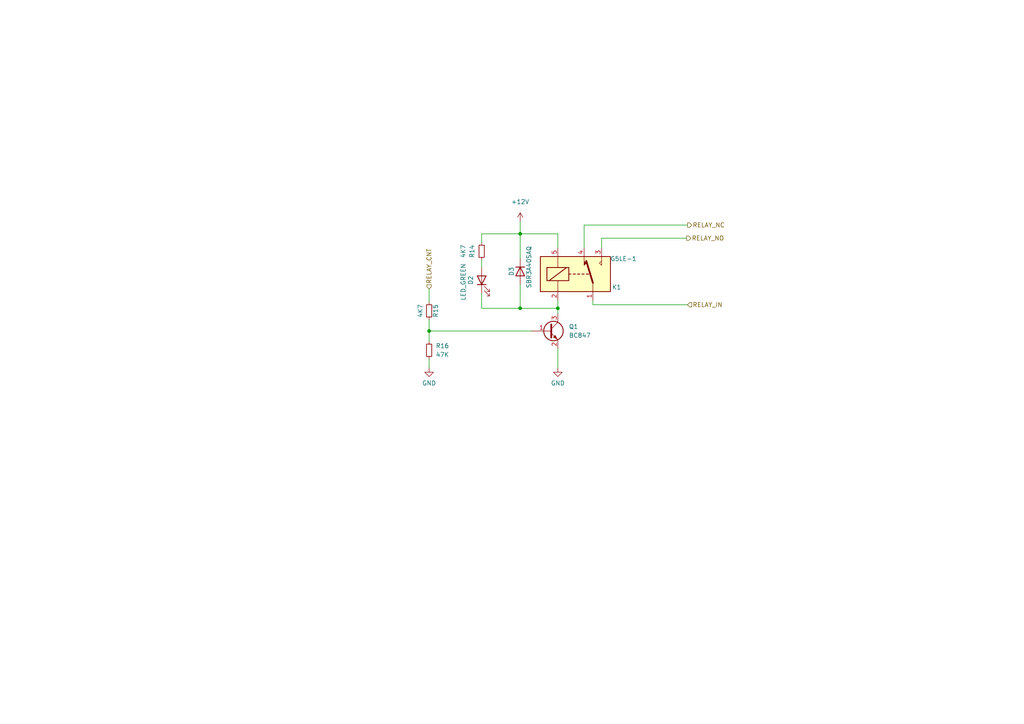
<source format=kicad_sch>
(kicad_sch (version 20211123) (generator eeschema)
  (paper "A4")
  (title_block (title "MILK POMP") (date "2022-12-06") (rev "V2") (company "ELTASSAN LTD") (comment 1 "EYYÜP KARAKAYA ") (comment 2 "DONANIM TASARIM MÜHENDİSİ"))
  (lib_symbols
    (symbol "Device:D" (pin_numbers hide) (pin_names (offset 1.016) hide)
      (property "Reference" "D" (at 0 2.54 0))
      (property "Value" "D" (at 0 -2.54 0))
      (symbol "D_0_1"
        (polyline (pts (xy -1.27 1.27) (xy -1.27 -1.27)) (stroke (width 0.254)))
        (polyline (pts (xy 1.27 0) (xy -1.27 0)))
        (polyline (pts (xy 1.27 1.27) (xy 1.27 -1.27) (xy -1.27 0) (xy 1.27 1.27)) (stroke (width 0.254)))
      )
      (symbol "D_1_1"
        (pin passive line (at -3.81 0 0) (length 2.54) (name "K") (number "1"))
        (pin passive line (at 3.81 0 180) (length 2.54) (name "A") (number "2"))
      )
    )
    (symbol "Device:LED" (pin_numbers hide) (pin_names (offset 1.016) hide)
      (property "Reference" "D" (at 0 2.54 0))
      (property "Value" "LED" (at 0 -2.54 0))
      (symbol "LED_0_1"
        (polyline (pts (xy -1.27 -1.27) (xy -1.27 1.27)) (stroke (width 0.254)))
        (polyline (pts (xy -1.27 0) (xy 1.27 0)))
        (polyline (pts (xy 1.27 -1.27) (xy 1.27 1.27) (xy -1.27 0) (xy 1.27 -1.27)) (stroke (width 0.254)))
        (polyline (pts (xy -3.048 -0.762) (xy -4.572 -2.286) (xy -3.81 -2.286) (xy -4.572 -2.286) (xy -4.572 -1.524)))
        (polyline (pts (xy -1.778 -0.762) (xy -3.302 -2.286) (xy -2.54 -2.286) (xy -3.302 -2.286) (xy -3.302 -1.524)))
      )
      (symbol "LED_1_1"
        (pin passive line (at -3.81 0 0) (length 2.54) (name "K") (number "1"))
        (pin passive line (at 3.81 0 180) (length 2.54) (name "A") (number "2"))
      )
    )
    (symbol "Device:R_Small" (pin_numbers hide) (pin_names (offset 0.254) hide)
      (property "Reference" "R" (at 0.762 0.508 0))
      (property "Value" "R_Small" (at 0.762 -1.016 0))
      (symbol "R_Small_0_1"
        (rectangle (start -0.762 1.778) (end 0.762 -1.778) (stroke (width 0.2032)))
      )
      (symbol "R_Small_1_1"
        (pin passive line (at 0 2.54 270) (length 0.762) (name "~") (number "1"))
        (pin passive line (at 0 -2.54 90) (length 0.762) (name "~") (number "2"))
      )
    )
    (symbol "Relay:G5LE-1"
      (property "Reference" "K" (at 11.43 3.81 0))
      (property "Value" "G5LE-1" (at 11.43 1.27 0))
      (symbol "G5LE-1_0_0"
        (polyline (pts (xy 7.62 5.08) (xy 7.62 2.54) (xy 6.985 3.175) (xy 7.62 3.81)))
      )
      (symbol "G5LE-1_0_1"
        (rectangle (start -10.16 5.08) (end 10.16 -5.08) (stroke (width 0.254)) (fill (type background)))
        (rectangle (start -8.255 1.905) (end -1.905 -1.905) (stroke (width 0.254)))
        (polyline (pts (xy -7.62 -1.905) (xy -2.54 1.905)) (stroke (width 0.254)))
        (polyline (pts (xy -5.08 -5.08) (xy -5.08 -1.905)))
        (polyline (pts (xy -5.08 5.08) (xy -5.08 1.905)))
        (polyline (pts (xy -1.905 0) (xy -1.27 0)) (stroke (width 0.254)))
        (polyline (pts (xy -0.635 0) (xy 0 0)) (stroke (width 0.254)))
        (polyline (pts (xy 0.635 0) (xy 1.27 0)) (stroke (width 0.254)))
        (polyline (pts (xy 1.905 0) (xy 2.54 0)) (stroke (width 0.254)))
        (polyline (pts (xy 3.175 0) (xy 3.81 0)) (stroke (width 0.254)))
        (polyline (pts (xy 5.08 -2.54) (xy 3.175 3.81)) (stroke (width 0.508)))
        (polyline (pts (xy 5.08 -2.54) (xy 5.08 -5.08)))
        (polyline (pts (xy 2.54 5.08) (xy 2.54 2.54) (xy 3.175 3.175) (xy 2.54 3.81)) (fill (type outline)))
      )
      (symbol "G5LE-1_1_1"
        (pin passive line (at 5.08 -7.62 90) (length 2.54) (name "~") (number "1"))
        (pin passive line (at -5.08 -7.62 90) (length 2.54) (name "~") (number "2"))
        (pin passive line (at 7.62 7.62 270) (length 2.54) (name "~") (number "3"))
        (pin passive line (at 2.54 7.62 270) (length 2.54) (name "~") (number "4"))
        (pin passive line (at -5.08 7.62 270) (length 2.54) (name "~") (number "5"))
      )
    )
    (symbol "Transistor_BJT:BC847" (pin_names (offset 0) hide)
      (property "Reference" "Q" (at 5.08 1.905 0))
      (property "Value" "BC847" (at 5.08 0 0))
      (symbol "BC847_0_1"
        (polyline (pts (xy 0.635 0.635) (xy 2.54 2.54)))
        (polyline (pts (xy 0.635 -0.635) (xy 2.54 -2.54) (xy 2.54 -2.54)))
        (polyline (pts (xy 0.635 1.905) (xy 0.635 -1.905) (xy 0.635 -1.905)) (stroke (width 0.508)))
        (polyline (pts (xy 1.27 -1.778) (xy 1.778 -1.27) (xy 2.286 -2.286) (xy 1.27 -1.778) (xy 1.27 -1.778)) (fill (type outline)))
        (circle (center 1.27 0) (radius 2.8194) (stroke (width 0.254)))
      )
      (symbol "BC847_1_1"
        (pin input line (at -5.08 0 0) (length 5.715) (name "B") (number "1"))
        (pin passive line (at 2.54 -5.08 90) (length 2.54) (name "E") (number "2"))
        (pin passive line (at 2.54 5.08 270) (length 2.54) (name "C") (number "3"))
      )
    )
    (symbol "power:+12V" (power) (pin_names (offset 0))
      (property "Value" "+12V" (at 0 3.556 0))
      (symbol "+12V_0_1"
        (polyline (pts (xy -0.762 1.27) (xy 0 2.54)))
        (polyline (pts (xy 0 0) (xy 0 2.54)))
        (polyline (pts (xy 0 2.54) (xy 0.762 1.27)))
      )
      (symbol "+12V_1_1"
        (pin power_in line (at 0 0 90) (length 0) hide (name "+12V") (number "1"))
      )
    )
    (symbol "power:GND" (power) (pin_names (offset 0))
      (property "Value" "GND" (at 0 -3.81 0))
      (symbol "GND_0_1"
        (polyline (pts (xy 0 0) (xy 0 -1.27) (xy 1.27 -1.27) (xy 0 -2.54) (xy -1.27 -1.27) (xy 0 -1.27)))
      )
      (symbol "GND_1_1"
        (pin power_in line (at 0 0 270) (length 0) hide (name "GND") (number "1"))
      )
    )
  )
  (junction (at 150.876 67.818))
  (junction (at 161.798 89.408))
  (junction (at 150.876 89.408))
  (junction (at 124.46 96.012))
  (wire (pts (xy 161.798 67.818) (xy 150.876 67.818)))
  (wire (pts (xy 150.876 89.408) (xy 161.798 89.408)))
  (wire (pts (xy 124.46 104.14) (xy 124.46 106.68)))
  (wire (pts (xy 139.7 85.09) (xy 139.7 89.408)))
  (wire (pts (xy 150.876 64.262) (xy 150.876 67.818)))
  (wire (pts (xy 150.876 82.55) (xy 150.876 89.408)))
  (wire (pts (xy 161.798 89.408) (xy 161.798 90.932)))
  (wire (pts (xy 124.46 96.012) (xy 124.46 99.06)))
  (wire (pts (xy 174.498 69.088) (xy 174.498 71.882)))
  (wire (pts (xy 199.39 65.278) (xy 169.418 65.278)))
  (wire (pts (xy 124.46 83.82) (xy 124.46 87.63)))
  (wire (pts (xy 199.136 69.088) (xy 174.498 69.088)))
  (wire (pts (xy 139.7 70.358) (xy 139.7 67.818)))
  (wire (pts (xy 139.7 89.408) (xy 150.876 89.408)))
  (wire (pts (xy 124.46 92.71) (xy 124.46 96.012)))
  (wire (pts (xy 139.7 75.438) (xy 139.7 77.47)))
  (wire (pts (xy 171.958 87.122) (xy 171.958 88.392)))
  (wire (pts (xy 139.7 67.818) (xy 150.876 67.818)))
  (wire (pts (xy 150.876 67.818) (xy 150.876 74.93)))
  (wire (pts (xy 169.418 65.278) (xy 169.418 71.882)))
  (wire (pts (xy 161.798 87.122) (xy 161.798 89.408)))
  (wire (pts (xy 199.39 88.392) (xy 171.958 88.392)))
  (wire (pts (xy 124.46 96.012) (xy 154.178 96.012)))
  (wire (pts (xy 161.798 101.092) (xy 161.798 106.68)))
  (wire (pts (xy 161.798 71.882) (xy 161.798 67.818)))
  (hierarchical_label "RELAY_NO" (shape output) (at 199.136 69.088 0))
  (hierarchical_label "RELAY_NC" (shape output) (at 199.39 65.278 0))
  (hierarchical_label "RELAY_CNT" (shape input) (at 124.46 83.82 90))
  (hierarchical_label "RELAY_IN" (shape input) (at 199.39 88.392 0))
  (symbol (lib_id "power:+12V") (at 150.876 64.262 0) (unit 1)
    (property "Reference" "#PWR022" (effects hide))
    (property "Value" "+12V" (at 150.876 58.547 0))
  )
  (symbol (lib_id "Device:R_Small") (at 124.46 90.17 0) (unit 1)
    (property "Reference" "R15" (at 126.365 90.17 90))
    (property "Value" "4K7" (at 121.92 90.17 90))
    (property "Footprint" "Resistor_SMD:R_0603_1608Metric" (effects hide))
  )
  (symbol (lib_id "Relay:G5LE-1") (at 166.878 79.502 0) (unit 1)
    (property "Reference" "K1" (at 180.213 83.312 0) (effects (justify right)))
    (property "Value" "G5LE-1" (at 184.658 75.057 0) (effects (justify right)))
    (property "Footprint" "Relay_THT:Relay_SPDT_Omron-G5LE-1" (effects hide))
    (property "Datasheet" "http://www.omron.com/ecb/products/pdf/en-g5le.pdf" (effects hide))
  )
  (symbol (lib_id "power:GND") (at 161.798 106.68 0) (unit 1)
    (property "Reference" "#PWR023" (effects hide))
    (property "Value" "GND" (at 161.798 111.125 0))
  )
  (symbol (lib_id "Transistor_BJT:BC847") (at 159.258 96.012 0) (unit 1)
    (property "Reference" "Q1" (at 164.973 94.7419 0) (effects (justify left)))
    (property "Value" "BC847" (at 164.973 97.2819 0) (effects (justify left)))
    (property "Footprint" "Package_TO_SOT_SMD:SOT-23" (effects hide))
    (property "Datasheet" "http://www.infineon.com/dgdl/Infineon-BC847SERIES_BC848SERIES_BC849SERIES_BC850SERIES-DS-v01_01-en.pdf?fileId=db3a304314dca389011541d4630a1657" (effects hide))
  )
  (symbol (lib_id "Device:LED") (at 139.7 81.28 90) (unit 1)
    (property "Reference" "D2" (at 136.525 81.28 0))
    (property "Value" "LED_GREEN" (at 134.366 81.788 0))
    (property "Footprint" "LED_SMD:LED_1206_3216Metric" (effects hide))
  )
  (symbol (lib_id "power:GND") (at 124.46 106.68 0) (unit 1)
    (property "Reference" "#PWR021" (effects hide))
    (property "Value" "GND" (at 124.46 111.125 0))
  )
  (symbol (lib_id "Device:R_Small") (at 124.46 101.6 0) (unit 1)
    (property "Reference" "R16" (at 126.365 100.3299 0) (effects (justify left)))
    (property "Value" "47K" (at 126.365 102.8699 0) (effects (justify left)))
    (property "Footprint" "Resistor_SMD:R_0603_1608Metric" (effects hide))
  )
  (symbol (lib_id "Device:D") (at 150.876 78.74 270) (unit 1)
    (property "Reference" "D3" (at 148.336 78.74 0))
    (property "Value" "SBR3A40SAQ" (at 153.416 77.47 0))
    (property "Footprint" "Diode_SMD:D_SMB_Handsoldering" (effects hide))
    (property "Datasheet" "https://www.diodes.com/assets/Datasheets/SBR3A40SA.pdf" (effects hide))
    (property "DIGIKEY_PART_NUMBER" "SBR3A40SAQ-13DICT-ND" (effects hide))
    (property "Digikey" "SBR3A40SAQ-13DICT-ND" (effects hide))
  )
  (symbol (lib_id "Device:R_Small") (at 139.7 72.898 0) (unit 1)
    (property "Reference" "R14" (at 136.906 72.898 90))
    (property "Value" "4K7" (at 134.366 72.898 90))
    (property "Footprint" "Resistor_SMD:R_0603_1608Metric" (effects hide))
  )
)
</source>
